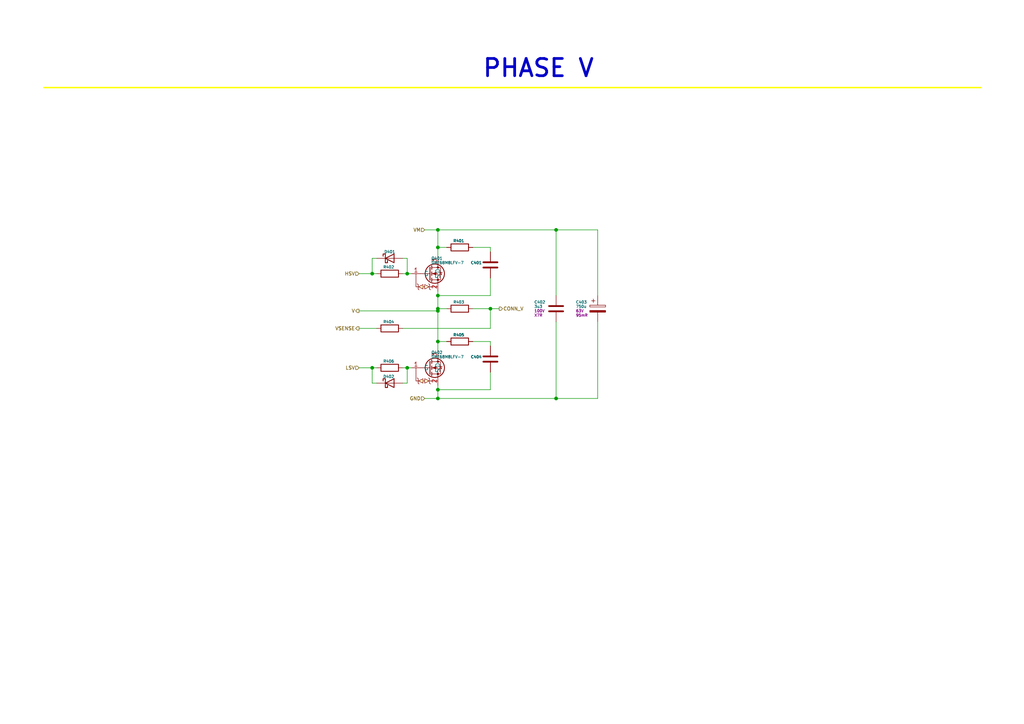
<source format=kicad_sch>
(kicad_sch (version 20211123) (generator eeschema)
  (paper "A4")
  (title_block (title "TMC6200-TA-T Eval Board") (date "2021-09-03") (rev "${REVISION}") (company "${COMPANY}") (comment 1 "${ENGINEER}") (comment 2 "${PHONE_NUMBER}") (comment 3 "${EMAIL}") (comment 4 "${SENTENCE}"))
  (lib_symbols
    (symbol "Device:C" (pin_numbers hide) (pin_names (offset 0.254))
      (property "Reference" "C" (at 0.635 2.54 0))
      (property "Value" "C" (at 0.635 -2.54 0))
      (symbol "C_0_1"
        (polyline (pts (xy -2.032 -0.762) (xy 2.032 -0.762)) (stroke (width 0.508)))
        (polyline (pts (xy -2.032 0.762) (xy 2.032 0.762)) (stroke (width 0.508)))
      )
      (symbol "C_1_1"
        (pin passive line (at 0 3.81 270) (length 2.794) (name "~") (number "1"))
        (pin passive line (at 0 -3.81 90) (length 2.794) (name "~") (number "2"))
      )
    )
    (symbol "Device:C_Polarized" (pin_numbers hide) (pin_names (offset 0.254))
      (property "Reference" "C" (at 0.635 2.54 0))
      (property "Value" "C_Polarized" (at 0.635 -2.54 0))
      (symbol "C_Polarized_0_1"
        (rectangle (start -2.286 0.508) (end 2.286 1.016))
        (polyline (pts (xy -1.778 2.286) (xy -0.762 2.286)))
        (polyline (pts (xy -1.27 2.794) (xy -1.27 1.778)))
        (rectangle (start 2.286 -0.508) (end -2.286 -1.016) (fill (type outline)))
      )
      (symbol "C_Polarized_1_1"
        (pin passive line (at 0 3.81 270) (length 2.794) (name "~") (number "1"))
        (pin passive line (at 0 -3.81 90) (length 2.794) (name "~") (number "2"))
      )
    )
    (symbol "Device:D_Schottky" (pin_numbers hide) (pin_names (offset 1.016) hide)
      (property "Reference" "D" (at 0 2.54 0))
      (property "Value" "D_Schottky" (at 0 -2.54 0))
      (symbol "D_Schottky_0_1"
        (polyline (pts (xy 1.27 0) (xy -1.27 0)))
        (polyline (pts (xy 1.27 1.27) (xy 1.27 -1.27) (xy -1.27 0) (xy 1.27 1.27)) (stroke (width 0.254)))
        (polyline (pts (xy -1.905 0.635) (xy -1.905 1.27) (xy -1.27 1.27) (xy -1.27 -1.27) (xy -0.635 -1.27) (xy -0.635 -0.635)) (stroke (width 0.254)))
      )
      (symbol "D_Schottky_1_1"
        (pin passive line (at -3.81 0 0) (length 2.54) (name "K") (number "1"))
        (pin passive line (at 3.81 0 180) (length 2.54) (name "A") (number "2"))
      )
    )
    (symbol "Device:R" (pin_numbers hide) (pin_names (offset 0))
      (property "Reference" "R" (at 2.032 0 90))
      (property "Value" "R" (at 0 0 90))
      (symbol "R_0_1"
        (rectangle (start -1.016 -2.54) (end 1.016 2.54) (stroke (width 0.254)))
      )
      (symbol "R_1_1"
        (pin passive line (at 0 3.81 270) (length 1.27) (name "~") (number "1"))
        (pin passive line (at 0 -3.81 90) (length 1.27) (name "~") (number "2"))
      )
    )
    (symbol "QP_LIBRARY:DMT68M8LFV-7" (pin_names (offset 1.016))
      (property "Reference" "Q" (at 6.985 0 0))
      (property "Value" "DMT68M8LFV-7" (at 0 -10.795 0))
      (symbol "DMT68M8LFV-7_0_1"
        (polyline (pts (xy 0.254 -7.62) (xy 0.508 -7.62)))
        (polyline (pts (xy 2.032 -8.255) (xy 2.286 -8.509)))
        (polyline (pts (xy 2.032 -6.985) (xy 2.032 -8.255)))
        (polyline (pts (xy 2.159 -7.62) (xy 4.318 -7.62)))
        (polyline (pts (xy -1.905 -3.81) (xy -1.905 -7.62) (xy -1.397 -7.62)))
        (polyline (pts (xy 0.127 -6.985) (xy 0.127 -8.255) (xy -1.143 -7.62) (xy 0.127 -6.985)) (fill (type background)))
      )
      (symbol "DMT68M8LFV-7_1_1"
        (polyline (pts (xy -1.524 -6.731) (xy -1.27 -6.985)))
        (polyline (pts (xy -1.27 -8.255) (xy -1.016 -8.509)))
        (polyline (pts (xy -1.27 -6.985) (xy -1.27 -8.255)))
        (polyline (pts (xy 1.778 -6.731) (xy 2.032 -6.985)))
        (polyline (pts (xy 2.159 -3.81) (xy -0.635 -3.81)))
        (polyline (pts (xy 2.159 -1.905) (xy 2.159 -5.715)) (stroke (width 0.254)))
        (polyline (pts (xy 2.667 -5.08) (xy 2.667 -6.096)) (stroke (width 0.254)))
        (polyline (pts (xy 2.667 -3.302) (xy 2.667 -4.318)) (stroke (width 0.254)))
        (polyline (pts (xy 2.667 -1.524) (xy 2.667 -2.54)) (stroke (width 0.254)))
        (polyline (pts (xy 4.445 -1.27) (xy 4.445 -2.032)))
        (polyline (pts (xy 4.445 -6.35) (xy 4.445 -3.81) (xy 2.667 -3.81)))
        (polyline (pts (xy 0.635 -6.985) (xy 0.635 -8.255) (xy 1.905 -7.62) (xy 0.635 -6.985)) (fill (type background)))
        (polyline (pts (xy 2.667 -5.588) (xy 5.207 -5.588) (xy 5.207 -2.032) (xy 2.667 -2.032)))
        (polyline (pts (xy 2.921 -3.81) (xy 3.937 -3.429) (xy 3.937 -4.191) (xy 2.921 -3.81)) (fill (type outline)))
        (polyline (pts (xy 4.699 -3.302) (xy 4.826 -3.429) (xy 5.588 -3.429) (xy 5.715 -3.556)))
        (polyline (pts (xy 5.207 -3.429) (xy 4.826 -4.064) (xy 5.588 -4.064) (xy 5.207 -3.429)))
        (circle (center 3.556 -3.81) (radius 2.794) (stroke (width 0.254)))
        (circle (center 4.445 -5.588) (radius 0.254) (fill (type outline)))
        (circle (center 4.445 -2.032) (radius 0.254) (fill (type outline)))
        (pin input line (at -3.175 -3.81 0) (length 2.54) (name "G") (number "1"))
        (pin passive line (at 4.445 -8.89 90) (length 2.54) (name "S") (number "2"))
        (pin passive line (at 4.445 1.27 270) (length 2.54) (name "D") (number "3"))
      )
    )
  )
  (junction (at 127 115.57))
  (junction (at 127 66.675))
  (junction (at 161.29 66.675))
  (junction (at 142.24 89.535))
  (junction (at 107.95 79.375))
  (junction (at 127 113.03))
  (junction (at 118.11 106.68))
  (junction (at 118.11 79.375))
  (junction (at 127 89.535))
  (junction (at 127 90.17))
  (junction (at 127 71.755))
  (junction (at 107.95 106.68))
  (junction (at 161.29 115.57))
  (junction (at 127 85.725))
  (junction (at 127 99.06))
  (wire (pts (xy 161.29 115.57) (xy 127 115.57)))
  (wire (pts (xy 127 66.675) (xy 161.29 66.675)))
  (wire (pts (xy 109.22 74.93) (xy 107.95 74.93)))
  (wire (pts (xy 129.54 99.06) (xy 127 99.06)))
  (wire (pts (xy 107.95 106.68) (xy 104.14 106.68)))
  (wire (pts (xy 118.11 111.125) (xy 118.11 106.68)))
  (wire (pts (xy 118.11 79.375) (xy 119.38 79.375)))
  (wire (pts (xy 142.24 95.25) (xy 116.84 95.25)))
  (wire (pts (xy 123.19 66.675) (xy 127 66.675)))
  (wire (pts (xy 127 71.755) (xy 127 74.295)))
  (wire (pts (xy 142.24 89.535) (xy 144.78 89.535)))
  (wire (pts (xy 161.29 66.675) (xy 161.29 85.725)))
  (wire (pts (xy 173.355 66.675) (xy 173.355 85.725)))
  (wire (pts (xy 142.24 89.535) (xy 142.24 95.25)))
  (wire (pts (xy 127 113.03) (xy 142.24 113.03)))
  (wire (pts (xy 109.22 106.68) (xy 107.95 106.68)))
  (wire (pts (xy 116.84 79.375) (xy 118.11 79.375)))
  (wire (pts (xy 127 90.17) (xy 127 99.06)))
  (wire (pts (xy 127 89.535) (xy 129.54 89.535)))
  (wire (pts (xy 142.24 80.645) (xy 142.24 85.725)))
  (wire (pts (xy 173.355 66.675) (xy 161.29 66.675)))
  (wire (pts (xy 127 66.675) (xy 127 71.755)))
  (wire (pts (xy 109.22 95.25) (xy 104.14 95.25)))
  (wire (pts (xy 127 113.03) (xy 127 115.57)))
  (wire (pts (xy 173.355 115.57) (xy 161.29 115.57)))
  (wire (pts (xy 173.355 93.345) (xy 173.355 115.57)))
  (wire (pts (xy 127 85.725) (xy 127 84.455)))
  (wire (pts (xy 109.22 111.125) (xy 107.95 111.125)))
  (wire (pts (xy 137.16 99.06) (xy 142.24 99.06)))
  (wire (pts (xy 107.95 74.93) (xy 107.95 79.375)))
  (wire (pts (xy 107.95 79.375) (xy 104.14 79.375)))
  (wire (pts (xy 109.22 79.375) (xy 107.95 79.375)))
  (wire (pts (xy 161.29 93.345) (xy 161.29 115.57)))
  (wire (pts (xy 116.84 74.93) (xy 118.11 74.93)))
  (polyline (pts (xy 12.7 25.4) (xy 284.48 25.4)) (stroke (width 0.4064) (type solid) (color 255 255 0 1)))
  (wire (pts (xy 118.11 74.93) (xy 118.11 79.375)))
  (wire (pts (xy 116.84 111.125) (xy 118.11 111.125)))
  (wire (pts (xy 129.54 71.755) (xy 127 71.755)))
  (wire (pts (xy 142.24 99.06) (xy 142.24 100.33)))
  (wire (pts (xy 142.24 85.725) (xy 127 85.725)))
  (wire (pts (xy 127 90.17) (xy 104.14 90.17)))
  (wire (pts (xy 142.24 71.755) (xy 142.24 73.025)))
  (wire (pts (xy 137.16 89.535) (xy 142.24 89.535)))
  (wire (pts (xy 116.84 106.68) (xy 118.11 106.68)))
  (wire (pts (xy 137.16 71.755) (xy 142.24 71.755)))
  (wire (pts (xy 118.11 106.68) (xy 119.38 106.68)))
  (wire (pts (xy 127 89.535) (xy 127 90.17)))
  (wire (pts (xy 127 115.57) (xy 123.19 115.57)))
  (wire (pts (xy 142.24 113.03) (xy 142.24 107.95)))
  (wire (pts (xy 127 99.06) (xy 127 101.6)))
  (wire (pts (xy 107.95 111.125) (xy 107.95 106.68)))
  (wire (pts (xy 127 85.725) (xy 127 89.535)))
  (wire (pts (xy 127 111.76) (xy 127 113.03)))
  (text "PHASE V" (at 139.7 22.86 0) (effects (font (size 5 5) (thickness 0.7976) bold) (justify left bottom)))
  (hierarchical_label "LSV" (shape input) (at 104.14 106.68 180) (effects (font (size 1 1))))
  (hierarchical_label "GND" (shape input) (at 123.19 115.57 180) (effects (font (size 1 1))))
  (hierarchical_label "VSENSE" (shape output) (at 104.14 95.25 180) (effects (font (size 1 1))))
  (hierarchical_label "VM" (shape input) (at 123.19 66.675 180) (effects (font (size 1 1))))
  (hierarchical_label "V" (shape output) (at 104.14 90.17 180) (effects (font (size 1 1))))
  (hierarchical_label "CONN_V" (shape output) (at 144.78 89.535 0) (effects (font (size 1 1))))
  (hierarchical_label "HSV" (shape input) (at 104.14 79.375 180) (effects (font (size 1 1))))
  (symbol (lib_id "Device:C") (at 161.29 89.535 180) (unit 1)
    (property "Reference" "C402" (at 154.94 87.63 0) (effects (font (size 0.8 0.8)) (justify right)))
    (property "Value" "3u3" (at 154.94 88.9 0) (effects (font (size 0.8 0.8)) (justify right)))
    (property "Footprint" "Capacitor_SMD:C_1812_4532Metric" (effects hide))
    (property "Datasheet" "https://pl.mouser.com/datasheet/2/212/KEM_C1002_X7R_SMD-1102033.pdf" (effects hide))
    (property "Manufacturer" "KEMET" (effects hide))
    (property "Package" "1812" (effects hide))
    (property "Part Number" "C1812C335K1RACTU" (effects hide))
    (property "Description" "Multilayer Ceramic Capacitors MLCC - SMD/SMT 100volts 3.3uF 10% X7R" (effects hide))
    (property "DC Voltage" "100V" (at 154.94 90.17 0) (effects (font (size 0.7874 0.7874)) (justify right)))
    (property "Isolation Material" "X7R" (at 154.94 91.44 0) (effects (font (size 0.7874 0.7874)) (justify right)))
    (property "Tolerance" "10%" (effects hide))
    (property "Class" "Class 2" (effects hide))
  )
  (symbol (lib_id "Device:R") (at 133.35 71.755 270) (unit 1)
    (property "Reference" "R401" (at 131.445 69.85 90) (effects (font (size 0.8 0.8)) (justify left)))
    (property "Value" "R" (effects hide))
    (property "Footprint" "Resistor_SMD:R_0402_1005Metric" (effects hide))
  )
  (symbol (lib_id "Device:C") (at 142.24 104.14 180) (unit 1)
    (property "Reference" "C404" (at 136.525 103.505 0) (effects (font (size 0.8 0.8)) (justify right)))
    (property "Value" "C" (effects hide))
    (property "Footprint" "Capacitor_SMD:C_0402_1005Metric" (effects hide))
  )
  (symbol (lib_id "Device:D_Schottky") (at 113.03 74.93 0) (unit 1)
    (property "Reference" "D401" (at 113.03 73.025 0) (effects (font (size 0.8 0.8))))
    (property "Value" "D_Schottky" (effects hide))
    (property "Footprint" "Diode_SMD:D_SOD-123" (effects hide))
  )
  (symbol (lib_id "Device:R") (at 113.03 95.25 270) (unit 1)
    (property "Reference" "R404" (at 111.125 93.345 90) (effects (font (size 0.8 0.8)) (justify left)))
    (property "Value" "R" (effects hide))
    (property "Footprint" "Resistor_SMD:R_0402_1005Metric" (effects hide))
  )
  (symbol (lib_id "QP_LIBRARY:DMT68M8LFV-7") (at 122.555 102.87 0) (unit 1)
    (property "Reference" "Q402" (at 125.095 102.235 0) (effects (font (size 0.8 0.8)) (justify left)))
    (property "Value" "DMT68M8LFV-7" (at 125.095 103.505 0) (effects (font (size 0.8 0.8)) (justify left)))
    (property "Footprint" "eval_board_tmc6200-ta:DMT68M8LFV-7_PowerDI5060-8" (effects hide))
    (property "Datasheet" "https://pl.mouser.com/datasheet/2/115/diodes_inc_diod-s-a0007810738-1-1749126.pdf" (effects hide))
  )
  (symbol (lib_id "QP_LIBRARY:DMT68M8LFV-7") (at 122.555 75.565 0) (unit 1)
    (property "Reference" "Q401" (at 125.095 74.93 0) (effects (font (size 0.8 0.8)) (justify left)))
    (property "Value" "DMT68M8LFV-7" (at 125.095 76.2 0) (effects (font (size 0.8 0.8)) (justify left)))
    (property "Footprint" "eval_board_tmc6200-ta:DMT68M8LFV-7_PowerDI5060-8" (effects hide))
    (property "Datasheet" "https://pl.mouser.com/datasheet/2/115/diodes_inc_diod-s-a0007810738-1-1749126.pdf" (effects hide))
  )
  (symbol (lib_id "Device:R") (at 113.03 79.375 270) (unit 1)
    (property "Reference" "R402" (at 111.125 77.47 90) (effects (font (size 0.8 0.8)) (justify left)))
    (property "Value" "R" (effects hide))
    (property "Footprint" "Resistor_SMD:R_0402_1005Metric" (effects hide))
  )
  (symbol (lib_id "Device:D_Schottky") (at 113.03 111.125 0) (unit 1)
    (property "Reference" "D402" (at 111.125 109.22 0) (effects (font (size 0.8 0.8)) (justify left)))
    (property "Value" "D_Schottky" (effects hide))
    (property "Footprint" "Diode_SMD:D_SOD-123" (effects hide))
  )
  (symbol (lib_id "Device:R") (at 133.35 89.535 270) (unit 1)
    (property "Reference" "R403" (at 131.445 87.63 90) (effects (font (size 0.8 0.8)) (justify left)))
    (property "Value" "R" (effects hide))
    (property "Footprint" "Resistor_SMD:R_1210_3225Metric" (effects hide))
  )
  (symbol (lib_id "Device:R") (at 133.35 99.06 270) (unit 1)
    (property "Reference" "R405" (at 131.445 97.155 90) (effects (font (size 0.8 0.8)) (justify left)))
    (property "Value" "R" (effects hide))
    (property "Footprint" "Resistor_SMD:R_0402_1005Metric" (effects hide))
  )
  (symbol (lib_id "Device:R") (at 113.03 106.68 270) (unit 1)
    (property "Reference" "R406" (at 111.125 104.775 90) (effects (font (size 0.8 0.8)) (justify left)))
    (property "Value" "R" (effects hide))
    (property "Footprint" "Resistor_SMD:R_0402_1005Metric" (effects hide))
  )
  (symbol (lib_id "Device:C_Polarized") (at 173.355 89.535 0) (unit 1)
    (property "Reference" "C403" (at 167.005 87.63 0) (effects (font (size 0.8 0.8)) (justify left)))
    (property "Value" "750u" (at 167.005 88.9 0) (effects (font (size 0.8 0.8)) (justify left)))
    (property "Footprint" "Capacitor_SMD:CP_Elec_18x17.5" (effects hide))
    (property "Datasheet" "https://pl.mouser.com/datasheet/2/315/RDE0000C1255-1308107.pdf" (effects hide))
    (property "Manufacturer" "Panasonic" (effects hide))
    (property "Package" "NA" (effects hide))
    (property "Part Number" "EEE-TP1J751V" (effects hide))
    (property "Description" "Aluminum Electrolytic Capacitors - SMD 63VDC 750uF 20% SMD AEC-Q200 Vibe Proof " (effects hide))
    (property "DC Voltage" "63V" (at 167.005 90.17 0) (effects (font (size 0.7874 0.7874)) (justify left)))
    (property "ESR" "95mR" (at 167.005 91.44 0) (effects (font (size 0.7874 0.7874)) (justify left)))
    (property "Tolerance" "20%" (effects hide))
    (property "Class" "Electrolytic Capacitors " (effects hide))
  )
  (symbol (lib_id "Device:C") (at 142.24 76.835 180) (unit 1)
    (property "Reference" "C401" (at 136.525 76.2 0) (effects (font (size 0.8 0.8)) (justify right)))
    (property "Value" "C" (effects hide))
    (property "Footprint" "Capacitor_SMD:C_0402_1005Metric" (effects hide))
  )
)
</source>
